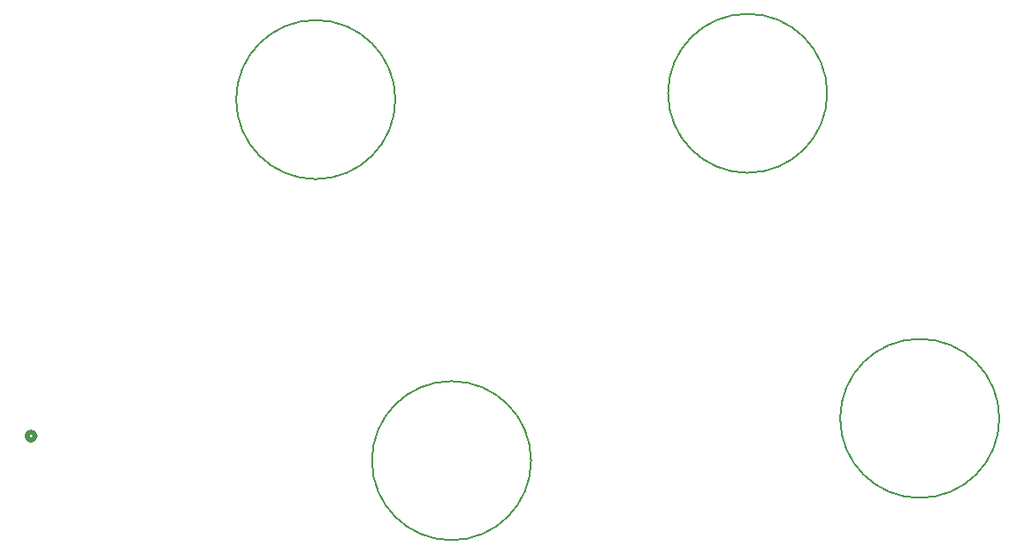
<source format=gbr>
%TF.GenerationSoftware,KiCad,Pcbnew,9.0.0*%
%TF.CreationDate,2025-03-24T09:17:14+01:00*%
%TF.ProjectId,PCB_Ampli,5043425f-416d-4706-9c69-2e6b69636164,rev?*%
%TF.SameCoordinates,Original*%
%TF.FileFunction,Legend,Bot*%
%TF.FilePolarity,Positive*%
%FSLAX46Y46*%
G04 Gerber Fmt 4.6, Leading zero omitted, Abs format (unit mm)*
G04 Created by KiCad (PCBNEW 9.0.0) date 2025-03-24 09:17:14*
%MOMM*%
%LPD*%
G01*
G04 APERTURE LIST*
%ADD10C,0.127000*%
%ADD11C,0.508000*%
G04 APERTURE END LIST*
D10*
%TO.C,12ax4*%
X123452200Y-80151200D02*
G75*
G02*
X108212200Y-80151200I-7620000J0D01*
G01*
X108212200Y-80151200D02*
G75*
G02*
X123452200Y-80151200I7620000J0D01*
G01*
%TO.C,12ax1*%
X65620000Y-49603300D02*
G75*
G02*
X50380000Y-49603300I-7620000J0D01*
G01*
X50380000Y-49603300D02*
G75*
G02*
X65620000Y-49603300I7620000J0D01*
G01*
%TO.C,12ax2*%
X106970000Y-49003300D02*
G75*
G02*
X91730000Y-49003300I-7620000J0D01*
G01*
X91730000Y-49003300D02*
G75*
G02*
X106970000Y-49003300I7620000J0D01*
G01*
%TO.C,12ax3*%
X78620000Y-84200000D02*
G75*
G02*
X63380000Y-84200000I-7620000J0D01*
G01*
X63380000Y-84200000D02*
G75*
G02*
X78620000Y-84200000I7620000J0D01*
G01*
D11*
%TO.C,J2*%
X31122104Y-81852600D02*
G75*
G02*
X30360104Y-81852600I-381000J0D01*
G01*
X30360104Y-81852600D02*
G75*
G02*
X31122104Y-81852600I381000J0D01*
G01*
%TD*%
M02*

</source>
